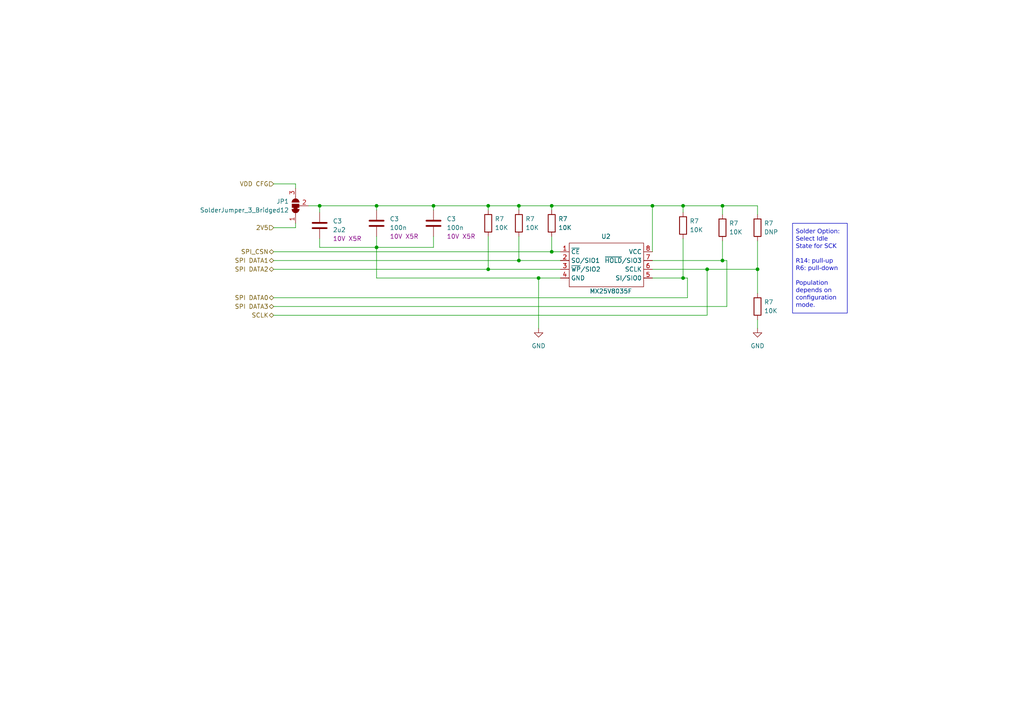
<source format=kicad_sch>
(kicad_sch (version 20230121) (generator eeschema)
  (paper "A4")
  (lib_symbols
    (symbol "Device:C" (pin_numbers hide) (pin_names (offset 0.254))
      (property "Reference" "C" (at 0.635 2.54 0))
      (property "Value" "C" (at 0.635 -2.54 0))
      (symbol "C_0_1"
        (polyline (pts (xy -2.032 -0.762) (xy 2.032 -0.762)) (stroke (width 0.508)))
        (polyline (pts (xy -2.032 0.762) (xy 2.032 0.762)) (stroke (width 0.508)))
      )
      (symbol "C_1_1"
        (pin passive line (at 0 3.81 270) (length 2.794) (name "~") (number "1"))
        (pin passive line (at 0 -3.81 90) (length 2.794) (name "~") (number "2"))
      )
    )
    (symbol "Device:R" (pin_numbers hide) (pin_names (offset 0))
      (property "Reference" "R" (at 2.032 0 90))
      (property "Value" "R" (at 0 0 90))
      (symbol "R_0_1"
        (rectangle (start -1.016 -2.54) (end 1.016 2.54) (stroke (width 0.254)))
      )
      (symbol "R_1_1"
        (pin passive line (at 0 3.81 270) (length 1.27) (name "~") (number "1"))
        (pin passive line (at 0 -3.81 90) (length 1.27) (name "~") (number "2"))
      )
    )
    (symbol "Jumper:SolderJumper_3_Bridged12" (pin_names (offset 0) hide)
      (property "Reference" "JP" (at -2.54 -2.54 0))
      (property "Value" "SolderJumper_3_Bridged12" (at 0 2.794 0))
      (symbol "SolderJumper_3_Bridged12_0_1"
        (rectangle (start -1.016 0.508) (end -0.508 -0.508) (fill (type outline)))
        (arc (start -1.016 1.016) (mid -2.0276 0) (end -1.016 -1.016))
        (arc (start -1.016 1.016) (mid -2.0276 0) (end -1.016 -1.016) (fill (type outline)))
        (rectangle (start -0.508 1.016) (end 0.508 -1.016) (fill (type outline)))
        (polyline (pts (xy -2.54 0) (xy -2.032 0)))
        (polyline (pts (xy -1.016 1.016) (xy -1.016 -1.016)))
        (polyline (pts (xy 0 -1.27) (xy 0 -1.016)))
        (polyline (pts (xy 1.016 1.016) (xy 1.016 -1.016)))
        (polyline (pts (xy 2.54 0) (xy 2.032 0)))
        (arc (start 1.016 -1.016) (mid 2.0276 0) (end 1.016 1.016))
        (arc (start 1.016 -1.016) (mid 2.0276 0) (end 1.016 1.016) (fill (type outline)))
      )
      (symbol "SolderJumper_3_Bridged12_1_1"
        (pin passive line (at -5.08 0 0) (length 2.54) (name "A") (number "1"))
        (pin passive line (at 0 -3.81 90) (length 2.54) (name "C") (number "2"))
        (pin passive line (at 5.08 0 180) (length 2.54) (name "B") (number "3"))
      )
    )
    (symbol "ccsom_lib:MX25V8035F"
      (property "Reference" "U" (at 3.81 3.81 0))
      (property "Value" "MX25V8035F" (at 8.89 1.27 0))
      (symbol "MX25V8035F_0_1"
        (rectangle (start 2.54 0) (end 24.13 -12.7))
      )
      (symbol "MX25V8035F_1_1"
        (pin input line (at 0 -2.54 0) (length 2.54) (name "~{CE}") (number "1"))
        (pin bidirectional line (at 0 -5.08 0) (length 2.54) (name "SO/SIO1") (number "2"))
        (pin bidirectional line (at 0 -7.62 0) (length 2.54) (name "~{WP}/SIO2") (number "3"))
        (pin passive line (at 0 -10.16 0) (length 2.54) (name "GND") (number "4"))
        (pin bidirectional line (at 26.67 -10.16 180) (length 2.54) (name "SI/SIO0") (number "5"))
        (pin input line (at 26.67 -7.62 180) (length 2.54) (name "SCLK") (number "6"))
        (pin bidirectional line (at 26.67 -5.08 180) (length 2.54) (name "~{HOLD}/SIO3") (number "7"))
        (pin power_in line (at 26.67 -2.54 180) (length 2.54) (name "VCC") (number "8"))
      )
    )
    (symbol "power:GND" (power) (pin_names (offset 0))
      (property "Value" "GND" (at 0 -3.81 0))
      (symbol "GND_0_1"
        (polyline (pts (xy 0 0) (xy 0 -1.27) (xy 1.27 -1.27) (xy 0 -2.54) (xy -1.27 -1.27) (xy 0 -1.27)))
      )
      (symbol "GND_1_1"
        (pin power_in line (at 0 0 270) (length 0) hide (name "GND") (number "1"))
      )
    )
  )
  (junction (at 160.02 73.025))
  (junction (at 92.71 59.69))
  (junction (at 156.21 80.645))
  (junction (at 209.55 75.565))
  (junction (at 219.71 78.105))
  (junction (at 189.23 59.69))
  (junction (at 150.495 59.69))
  (junction (at 209.55 59.69))
  (junction (at 109.22 71.755))
  (junction (at 125.73 59.69))
  (junction (at 141.605 59.69))
  (junction (at 160.02 59.69))
  (junction (at 205.105 78.105))
  (junction (at 109.22 59.69))
  (junction (at 141.605 78.105))
  (junction (at 150.495 75.565))
  (junction (at 198.12 59.69))
  (junction (at 198.12 80.645))
  (wire (pts (xy 162.56 75.565) (xy 150.495 75.565)))
  (wire (pts (xy 219.71 59.69) (xy 209.55 59.69)))
  (wire (pts (xy 109.22 80.645) (xy 109.22 71.755)))
  (wire (pts (xy 209.55 59.69) (xy 198.12 59.69)))
  (wire (pts (xy 160.02 73.025) (xy 162.56 73.025)))
  (wire (pts (xy 205.105 91.44) (xy 79.375 91.44)))
  (wire (pts (xy 85.725 54.61) (xy 85.725 53.34)))
  (wire (pts (xy 199.39 80.645) (xy 198.12 80.645)))
  (wire (pts (xy 219.71 62.23) (xy 219.71 59.69)))
  (wire (pts (xy 189.23 73.025) (xy 189.23 59.69)))
  (wire (pts (xy 141.605 60.96) (xy 141.605 59.69)))
  (wire (pts (xy 150.495 75.565) (xy 150.495 68.58)))
  (wire (pts (xy 109.22 60.96) (xy 109.22 59.69)))
  (wire (pts (xy 125.73 71.755) (xy 109.22 71.755)))
  (wire (pts (xy 210.82 88.9) (xy 210.82 75.565)))
  (wire (pts (xy 205.105 78.105) (xy 205.105 91.44)))
  (wire (pts (xy 92.71 61.595) (xy 92.71 59.69)))
  (wire (pts (xy 198.12 80.645) (xy 198.12 69.215)))
  (wire (pts (xy 92.71 59.69) (xy 109.22 59.69)))
  (wire (pts (xy 198.12 59.69) (xy 198.12 61.595)))
  (wire (pts (xy 162.56 78.105) (xy 141.605 78.105)))
  (wire (pts (xy 125.73 68.58) (xy 125.73 71.755)))
  (wire (pts (xy 189.23 78.105) (xy 205.105 78.105)))
  (wire (pts (xy 141.605 59.69) (xy 150.495 59.69)))
  (wire (pts (xy 209.55 75.565) (xy 189.23 75.565)))
  (wire (pts (xy 89.535 59.69) (xy 92.71 59.69)))
  (wire (pts (xy 79.375 73.025) (xy 160.02 73.025)))
  (wire (pts (xy 109.22 71.755) (xy 109.22 68.58)))
  (wire (pts (xy 160.02 68.58) (xy 160.02 73.025)))
  (wire (pts (xy 219.71 78.105) (xy 219.71 85.09)))
  (wire (pts (xy 199.39 80.645) (xy 199.39 86.36)))
  (wire (pts (xy 109.22 59.69) (xy 125.73 59.69)))
  (wire (pts (xy 79.375 75.565) (xy 150.495 75.565)))
  (wire (pts (xy 156.21 80.645) (xy 156.21 95.25)))
  (wire (pts (xy 210.82 75.565) (xy 209.55 75.565)))
  (wire (pts (xy 85.725 66.04) (xy 85.725 64.77)))
  (wire (pts (xy 189.23 59.69) (xy 198.12 59.69)))
  (wire (pts (xy 150.495 59.69) (xy 160.02 59.69)))
  (wire (pts (xy 162.56 80.645) (xy 156.21 80.645)))
  (wire (pts (xy 209.55 69.85) (xy 209.55 75.565)))
  (wire (pts (xy 92.71 69.215) (xy 92.71 71.755)))
  (wire (pts (xy 189.23 80.645) (xy 198.12 80.645)))
  (wire (pts (xy 125.73 59.69) (xy 141.605 59.69)))
  (wire (pts (xy 79.375 78.105) (xy 141.605 78.105)))
  (wire (pts (xy 160.02 59.69) (xy 160.02 60.96)))
  (wire (pts (xy 219.71 69.85) (xy 219.71 78.105)))
  (wire (pts (xy 79.375 66.04) (xy 85.725 66.04)))
  (wire (pts (xy 150.495 59.69) (xy 150.495 60.96)))
  (wire (pts (xy 141.605 68.58) (xy 141.605 78.105)))
  (wire (pts (xy 160.02 59.69) (xy 189.23 59.69)))
  (wire (pts (xy 125.73 59.69) (xy 125.73 60.96)))
  (wire (pts (xy 79.375 88.9) (xy 210.82 88.9)))
  (wire (pts (xy 219.71 92.71) (xy 219.71 95.25)))
  (wire (pts (xy 199.39 86.36) (xy 79.375 86.36)))
  (wire (pts (xy 156.21 80.645) (xy 109.22 80.645)))
  (wire (pts (xy 209.55 62.23) (xy 209.55 59.69)))
  (wire (pts (xy 205.105 78.105) (xy 219.71 78.105)))
  (wire (pts (xy 79.375 53.34) (xy 85.725 53.34)))
  (wire (pts (xy 92.71 71.755) (xy 109.22 71.755)))
  (text_box "Solder Option: Select Idle State for SCK\n\nR14: pull-up \nR6: pull-down\n\nPopulation depends on configuration mode." (at 229.87 64.77 0) (size 15.875 26.035) (effects (font (size 1.27 1.27)) (justify left)))
  (text_box "" (at 235.585 71.12 0) (size 0 0) (effects (font (size 0.635 0.635)) (justify left)))
  (hierarchical_label "SPI DATA1" (shape bidirectional) (at 79.375 75.565 180))
  (hierarchical_label "2V5" (shape input) (at 79.375 66.04 180))
  (hierarchical_label "VDD CFG" (shape input) (at 79.375 53.34 180))
  (hierarchical_label "SPI DATA2" (shape bidirectional) (at 79.375 78.105 180))
  (hierarchical_label "SCLK" (shape bidirectional) (at 79.375 91.44 180))
  (hierarchical_label "SPI DATA0" (shape bidirectional) (at 79.375 86.36 180))
  (hierarchical_label "SPI DATA3" (shape bidirectional) (at 79.375 88.9 180))
  (hierarchical_label "SPI_CSN" (shape bidirectional) (at 79.375 73.025 180))
  (symbol (lib_id "Device:R") (at 141.605 64.77 0) (unit 1)
    (property "Reference" "R7" (at 143.51 63.5 0) (effects (justify left)))
    (property "Value" "10K" (at 143.51 66.04 0) (effects (justify left)))
    (property "Footprint" "Resistor_SMD:R_0201_0603Metric" (effects hide))
    (instances (project "SOM" (path "" (reference "R7") (unit 1)) (path "" (reference "R12") (unit 1))))
  )
  (symbol (lib_id "Device:R") (at 219.71 66.04 0) (unit 1)
    (property "Reference" "R7" (at 221.615 64.77 0) (effects (justify left)))
    (property "Value" "DNP" (at 221.615 67.31 0) (effects (justify left)))
    (property "Footprint" "Resistor_SMD:R_0201_0603Metric" (effects hide))
    (instances (project "SOM" (path "" (reference "R7") (unit 1)) (path "" (reference "R14") (unit 1))))
  )
  (symbol (lib_id "Device:R") (at 150.495 64.77 0) (unit 1)
    (property "Reference" "R7" (at 152.4 63.5 0) (effects (justify left)))
    (property "Value" "10K" (at 152.4 66.04 0) (effects (justify left)))
    (property "Footprint" "Resistor_SMD:R_0201_0603Metric" (effects hide))
    (instances (project "SOM" (path "" (reference "R7") (unit 1)) (path "" (reference "R10") (unit 1))))
  )
  (symbol (lib_id "ccsom_lib:MX25V8035F") (at 162.56 70.485 0) (unit 1)
    (property "Reference" "U2" (at 175.7575 68.58 0))
    (property "Value" "MX25V8035F" (at 177.165 84.455 0))
    (property "Footprint" "Package_SO:SOP-8_5.28x5.23mm_P1.27mm" (effects hide))
    (property "Datasheet" "https://mm.digikey.com/Volume0/opasdata/d220001/medias/docus/887/MX25V8035F.pdf" (effects hide))
  )
  (symbol (lib_id "power:GND") (at 219.71 95.25 0) (unit 1)
    (property "Reference" "#PWR06" (effects hide))
    (property "Value" "GND" (at 219.71 100.33 0))
    (instances (project "SOM" (path "" (reference "#PWR06") (unit 1)) (path "" (reference "#PWR028") (unit 1)) (path "" (reference "#PWR01") (unit 1))))
  )
  (symbol (lib_id "Jumper:SolderJumper_3_Bridged12") (at 85.725 59.69 90) (unit 1)
    (property "Reference" "JP1" (at 83.82 58.42 90) (effects (justify left)))
    (property "Value" "SolderJumper_3_Bridged12" (at 83.82 60.96 90) (effects (justify left)))
    (property "Footprint" "Jumper:SolderJumper-3_P1.3mm_Bridged12_Pad1.0x1.5mm_NumberLabels" (effects hide))
  )
  (symbol (lib_id "Device:C") (at 125.73 64.77 0) (unit 1)
    (property "Reference" "C3" (at 129.54 63.5 0) (effects (justify left)))
    (property "Value" "100n " (at 129.54 66.04 0) (effects (justify left)))
    (property "Footprint" "Capacitor_SMD:C_0201_0603Metric" (effects hide))
    (property "Voltage/Precision" "10V X5R" (at 129.54 68.58 0) (effects (justify left)))
    (instances (project "SOM" (path "" (reference "C3") (unit 1)) (path "" (reference "C31") (unit 1)) (path "" (reference "C43") (unit 1))))
  )
  (symbol (lib_id "Device:R") (at 198.12 65.405 0) (unit 1)
    (property "Reference" "R7" (at 200.025 64.135 0) (effects (justify left)))
    (property "Value" "10K" (at 200.025 66.675 0) (effects (justify left)))
    (property "Footprint" "Resistor_SMD:R_0201_0603Metric" (effects hide))
    (instances (project "SOM" (path "" (reference "R7") (unit 1)) (path "" (reference "R2") (unit 1))))
  )
  (symbol (lib_id "Device:R") (at 209.55 66.04 0) (unit 1)
    (property "Reference" "R7" (at 211.455 64.77 0) (effects (justify left)))
    (property "Value" "10K" (at 211.455 67.31 0) (effects (justify left)))
    (property "Footprint" "Resistor_SMD:R_0201_0603Metric" (effects hide))
    (instances (project "SOM" (path "" (reference "R7") (unit 1)) (path "" (reference "R4") (unit 1))))
  )
  (symbol (lib_id "Device:C") (at 109.22 64.77 0) (unit 1)
    (property "Reference" "C3" (at 113.03 63.5 0) (effects (justify left)))
    (property "Value" "100n" (at 113.03 66.04 0) (effects (justify left)))
    (property "Footprint" "Capacitor_SMD:C_0201_0603Metric" (effects hide))
    (property "Voltage/Precision" "10V X5R" (at 113.03 68.58 0) (effects (justify left)))
    (instances (project "SOM" (path "" (reference "C3") (unit 1)) (path "" (reference "C31") (unit 1)) (path "" (reference "C2") (unit 1))))
  )
  (symbol (lib_id "Device:C") (at 92.71 65.405 0) (unit 1)
    (property "Reference" "C3" (at 96.52 64.135 0) (effects (justify left)))
    (property "Value" "2u2 " (at 96.52 66.675 0) (effects (justify left)))
    (property "Footprint" "Capacitor_SMD:C_0201_0603Metric" (effects hide))
    (property "Voltage/Precision" "10V X5R" (at 96.52 69.215 0) (effects (justify left)))
    (instances (project "SOM" (path "" (reference "C3") (unit 1)) (path "" (reference "C29") (unit 1)) (path "" (reference "C1") (unit 1))))
  )
  (symbol (lib_id "Device:R") (at 160.02 64.77 0) (unit 1)
    (property "Reference" "R7" (at 161.925 63.5 0) (effects (justify left)))
    (property "Value" "10K" (at 161.925 66.04 0) (effects (justify left)))
    (property "Footprint" "Resistor_SMD:R_0201_0603Metric" (effects hide))
    (instances (project "SOM" (path "" (reference "R7") (unit 1)) (path "" (reference "R8") (unit 1))))
  )
  (symbol (lib_id "Device:R") (at 219.71 88.9 0) (unit 1)
    (property "Reference" "R7" (at 221.615 87.63 0) (effects (justify left)))
    (property "Value" "10K" (at 221.615 90.17 0) (effects (justify left)))
    (property "Footprint" "Resistor_SMD:R_0201_0603Metric" (effects hide))
    (instances (project "SOM" (path "" (reference "R7") (unit 1)) (path "" (reference "R6") (unit 1))))
  )
  (symbol (lib_id "power:GND") (at 156.21 95.25 0) (unit 1)
    (property "Reference" "#PWR06" (effects hide))
    (property "Value" "GND" (at 156.21 100.33 0))
    (instances (project "SOM" (path "" (reference "#PWR06") (unit 1)) (path "" (reference "#PWR028") (unit 1)) (path "" (reference "#PWR02") (unit 1))))
  )
)
</source>
